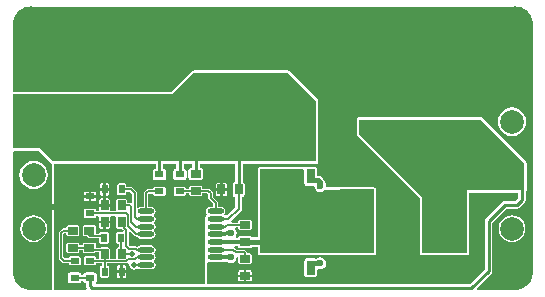
<source format=gtl>
G04 Layer_Physical_Order=1*
G04 Layer_Color=255*
%FSAX44Y44*%
%MOMM*%
G71*
G01*
G75*
%ADD10R,2.4600X2.3100*%
%ADD11O,1.4000X0.4500*%
%ADD12C,1.0000*%
G04:AMPARAMS|DCode=13|XSize=0.508mm|YSize=0.508mm|CornerRadius=0.0025mm|HoleSize=0mm|Usage=FLASHONLY|Rotation=180.000|XOffset=0mm|YOffset=0mm|HoleType=Round|Shape=RoundedRectangle|*
%AMROUNDEDRECTD13*
21,1,0.5080,0.5029,0,0,180.0*
21,1,0.5029,0.5080,0,0,180.0*
1,1,0.0051,-0.2515,0.2515*
1,1,0.0051,0.2515,0.2515*
1,1,0.0051,0.2515,-0.2515*
1,1,0.0051,-0.2515,-0.2515*
%
%ADD13ROUNDEDRECTD13*%
G04:AMPARAMS|DCode=14|XSize=0.75mm|YSize=0.5mm|CornerRadius=0.0025mm|HoleSize=0mm|Usage=FLASHONLY|Rotation=0.000|XOffset=0mm|YOffset=0mm|HoleType=Round|Shape=RoundedRectangle|*
%AMROUNDEDRECTD14*
21,1,0.7500,0.4950,0,0,0.0*
21,1,0.7450,0.5000,0,0,0.0*
1,1,0.0050,0.3725,-0.2475*
1,1,0.0050,-0.3725,-0.2475*
1,1,0.0050,-0.3725,0.2475*
1,1,0.0050,0.3725,0.2475*
%
%ADD14ROUNDEDRECTD14*%
G04:AMPARAMS|DCode=15|XSize=0.75mm|YSize=0.5mm|CornerRadius=0.0025mm|HoleSize=0mm|Usage=FLASHONLY|Rotation=270.000|XOffset=0mm|YOffset=0mm|HoleType=Round|Shape=RoundedRectangle|*
%AMROUNDEDRECTD15*
21,1,0.7500,0.4950,0,0,270.0*
21,1,0.7450,0.5000,0,0,270.0*
1,1,0.0050,-0.2475,-0.3725*
1,1,0.0050,-0.2475,0.3725*
1,1,0.0050,0.2475,0.3725*
1,1,0.0050,0.2475,-0.3725*
%
%ADD15ROUNDEDRECTD15*%
G04:AMPARAMS|DCode=16|XSize=0.65mm|YSize=1.2mm|CornerRadius=0.0033mm|HoleSize=0mm|Usage=FLASHONLY|Rotation=0.000|XOffset=0mm|YOffset=0mm|HoleType=Round|Shape=RoundedRectangle|*
%AMROUNDEDRECTD16*
21,1,0.6500,1.1935,0,0,0.0*
21,1,0.6435,1.2000,0,0,0.0*
1,1,0.0065,0.3217,-0.5968*
1,1,0.0065,-0.3217,-0.5968*
1,1,0.0065,-0.3217,0.5968*
1,1,0.0065,0.3217,0.5968*
%
%ADD16ROUNDEDRECTD16*%
G04:AMPARAMS|DCode=17|XSize=5.35mm|YSize=2.9mm|CornerRadius=0.0145mm|HoleSize=0mm|Usage=FLASHONLY|Rotation=90.000|XOffset=0mm|YOffset=0mm|HoleType=Round|Shape=RoundedRectangle|*
%AMROUNDEDRECTD17*
21,1,5.3500,2.8710,0,0,90.0*
21,1,5.3210,2.9000,0,0,90.0*
1,1,0.0290,1.4355,2.6605*
1,1,0.0290,1.4355,-2.6605*
1,1,0.0290,-1.4355,-2.6605*
1,1,0.0290,-1.4355,2.6605*
%
%ADD17ROUNDEDRECTD17*%
G04:AMPARAMS|DCode=18|XSize=1.25mm|YSize=2.25mm|CornerRadius=0.0063mm|HoleSize=0mm|Usage=FLASHONLY|Rotation=180.000|XOffset=0mm|YOffset=0mm|HoleType=Round|Shape=RoundedRectangle|*
%AMROUNDEDRECTD18*
21,1,1.2500,2.2375,0,0,180.0*
21,1,1.2375,2.2500,0,0,180.0*
1,1,0.0125,-0.6188,1.1187*
1,1,0.0125,0.6188,1.1187*
1,1,0.0125,0.6188,-1.1187*
1,1,0.0125,-0.6188,-1.1187*
%
%ADD18ROUNDEDRECTD18*%
G04:AMPARAMS|DCode=19|XSize=2.55mm|YSize=1.2mm|CornerRadius=0.006mm|HoleSize=0mm|Usage=FLASHONLY|Rotation=0.000|XOffset=0mm|YOffset=0mm|HoleType=Round|Shape=RoundedRectangle|*
%AMROUNDEDRECTD19*
21,1,2.5500,1.1880,0,0,0.0*
21,1,2.5380,1.2000,0,0,0.0*
1,1,0.0120,1.2690,-0.5940*
1,1,0.0120,-1.2690,-0.5940*
1,1,0.0120,-1.2690,0.5940*
1,1,0.0120,1.2690,0.5940*
%
%ADD19ROUNDEDRECTD19*%
G04:AMPARAMS|DCode=20|XSize=0.85mm|YSize=0.6mm|CornerRadius=0.003mm|HoleSize=0mm|Usage=FLASHONLY|Rotation=0.000|XOffset=0mm|YOffset=0mm|HoleType=Round|Shape=RoundedRectangle|*
%AMROUNDEDRECTD20*
21,1,0.8500,0.5940,0,0,0.0*
21,1,0.8440,0.6000,0,0,0.0*
1,1,0.0060,0.4220,-0.2970*
1,1,0.0060,-0.4220,-0.2970*
1,1,0.0060,-0.4220,0.2970*
1,1,0.0060,0.4220,0.2970*
%
%ADD20ROUNDEDRECTD20*%
G04:AMPARAMS|DCode=21|XSize=0.85mm|YSize=0.6mm|CornerRadius=0.003mm|HoleSize=0mm|Usage=FLASHONLY|Rotation=90.000|XOffset=0mm|YOffset=0mm|HoleType=Round|Shape=RoundedRectangle|*
%AMROUNDEDRECTD21*
21,1,0.8500,0.5940,0,0,90.0*
21,1,0.8440,0.6000,0,0,90.0*
1,1,0.0060,0.2970,0.4220*
1,1,0.0060,0.2970,-0.4220*
1,1,0.0060,-0.2970,-0.4220*
1,1,0.0060,-0.2970,0.4220*
%
%ADD21ROUNDEDRECTD21*%
%ADD22C,0.2452*%
%ADD23C,0.1270*%
%ADD24C,0.2032*%
%ADD25C,0.2540*%
%ADD26C,0.3048*%
%ADD27C,0.3810*%
%ADD28R,0.5000X1.6500*%
%ADD29R,0.4961X1.6500*%
%ADD30C,2.0000*%
G04:AMPARAMS|DCode=31|XSize=2mm|YSize=2mm|CornerRadius=0.5mm|HoleSize=0mm|Usage=FLASHONLY|Rotation=270.000|XOffset=0mm|YOffset=0mm|HoleType=Round|Shape=RoundedRectangle|*
%AMROUNDEDRECTD31*
21,1,2.0000,1.0000,0,0,270.0*
21,1,1.0000,2.0000,0,0,270.0*
1,1,1.0000,-0.5000,-0.5000*
1,1,1.0000,-0.5000,0.5000*
1,1,1.0000,0.5000,0.5000*
1,1,1.0000,0.5000,-0.5000*
%
%ADD31ROUNDEDRECTD31*%
%ADD32C,3.0000*%
%ADD33C,0.5000*%
%ADD34C,0.6000*%
G36*
X06958000Y08588750D02*
X06981542Y08565208D01*
Y08563773D01*
X06981542D01*
Y08558773D01*
Y08513773D01*
D01*
Y08513773D01*
X06962975Y08513773D01*
X06934542D01*
Y08513773D01*
X06758727Y08513773D01*
X06747750Y08524750D01*
X06725996Y08524750D01*
X06725098Y08525648D01*
Y08570500D01*
X06859750Y08570500D01*
X06878000Y08588750D01*
X06958000Y08588750D01*
D02*
G37*
G36*
X06845666Y08511734D02*
Y08507370D01*
X06845275D01*
X06844485Y08507213D01*
X06843815Y08506765D01*
X06843367Y08506096D01*
X06843210Y08505305D01*
Y08500355D01*
X06843367Y08499565D01*
X06843815Y08498895D01*
X06844485Y08498448D01*
X06845275Y08498290D01*
X06852725D01*
X06853515Y08498448D01*
X06854185Y08498895D01*
X06854633Y08499565D01*
X06854789Y08500355D01*
Y08505305D01*
X06854633Y08506096D01*
X06854185Y08506765D01*
X06853515Y08507213D01*
X06852725Y08507370D01*
X06852334D01*
Y08511734D01*
X06862874Y08511734D01*
Y08507370D01*
X06862482D01*
X06861693Y08507213D01*
X06861022Y08506765D01*
X06860575Y08506096D01*
X06860418Y08505305D01*
Y08500355D01*
X06860575Y08499565D01*
X06861022Y08498895D01*
X06861693Y08498448D01*
X06862482Y08498290D01*
X06869932D01*
X06870723Y08498448D01*
X06871392Y08498895D01*
X06871840Y08499565D01*
X06871997Y08500355D01*
Y08505305D01*
X06871840Y08506096D01*
X06871392Y08506765D01*
X06870723Y08507213D01*
X06869932Y08507370D01*
X06869542D01*
Y08511734D01*
X06876416D01*
Y08508370D01*
X06875530D01*
X06874738Y08508212D01*
X06874067Y08507764D01*
X06873618Y08507092D01*
X06873460Y08506300D01*
Y08500360D01*
X06873618Y08499568D01*
X06874067Y08498896D01*
X06874738Y08498448D01*
X06875530Y08498290D01*
X06883970D01*
X06884762Y08498448D01*
X06885433Y08498896D01*
X06885883Y08499568D01*
X06886040Y08500360D01*
Y08506300D01*
X06885883Y08507092D01*
X06885433Y08507764D01*
X06884762Y08508212D01*
X06883970Y08508370D01*
X06883084D01*
Y08511734D01*
X06912666Y08511734D01*
Y08496298D01*
X06912238Y08496213D01*
X06911566Y08495764D01*
X06911118Y08495092D01*
X06910960Y08494301D01*
Y08485861D01*
X06911118Y08485068D01*
X06911566Y08484397D01*
X06912238Y08483948D01*
X06912925Y08483812D01*
Y08474937D01*
X06906101Y08468113D01*
X06904750Y08468113D01*
X06904584Y08468080D01*
X06904267Y08468447D01*
X06903866Y08469117D01*
X06904565Y08470164D01*
X06904839Y08471538D01*
X06904565Y08472911D01*
X06903788Y08474075D01*
X06902623Y08474854D01*
X06901250Y08475127D01*
X06898442D01*
Y08478696D01*
X06898295Y08479439D01*
X06897874Y08480069D01*
X06894193Y08483750D01*
Y08486888D01*
X06894045Y08487631D01*
X06893624Y08488261D01*
X06893623Y08488262D01*
X06891681Y08490204D01*
X06891051Y08490625D01*
X06890308Y08490773D01*
X06885377D01*
Y08491801D01*
X06884965Y08492795D01*
X06883970Y08493207D01*
X06875530D01*
X06874535Y08492795D01*
X06874123Y08491801D01*
Y08490773D01*
X06871334D01*
Y08490805D01*
X06870923Y08491796D01*
X06869932Y08492207D01*
X06862482D01*
X06861491Y08491796D01*
X06861081Y08490805D01*
Y08485855D01*
X06861491Y08484864D01*
X06862482Y08484454D01*
X06869932D01*
X06870923Y08484864D01*
X06871334Y08485855D01*
Y08486888D01*
X06874123D01*
Y08485861D01*
X06874535Y08484865D01*
X06875530Y08484453D01*
X06883970D01*
X06884965Y08484865D01*
X06885377Y08485861D01*
Y08486888D01*
X06889503D01*
X06890308Y08486083D01*
Y08482946D01*
X06890455Y08482202D01*
X06890876Y08481572D01*
X06894557Y08477891D01*
Y08475127D01*
X06891750D01*
X06890377Y08474854D01*
X06889212Y08474075D01*
X06888434Y08472911D01*
X06888161Y08471538D01*
X06888434Y08470164D01*
X06889212Y08469000D01*
X06888558Y08467910D01*
X06887747Y08466696D01*
X06887417Y08465038D01*
X06887250D01*
X06887250Y08409639D01*
X06795725D01*
X06795562Y08409858D01*
X06795392Y08411273D01*
X06795840Y08411942D01*
X06795997Y08412733D01*
Y08417682D01*
X06795840Y08418473D01*
X06795392Y08419142D01*
X06794723Y08419590D01*
X06793932Y08419747D01*
X06786483D01*
X06785692Y08419590D01*
X06785023Y08419142D01*
X06784575Y08418473D01*
X06784460Y08417894D01*
X06782913D01*
X06782797Y08418473D01*
X06782350Y08419142D01*
X06781680Y08419590D01*
X06780890Y08419747D01*
X06773440D01*
X06772650Y08419590D01*
X06771980Y08419142D01*
X06771533Y08418473D01*
X06771375Y08417682D01*
Y08412733D01*
X06771533Y08411942D01*
X06771980Y08411273D01*
X06772650Y08410825D01*
X06773440Y08410668D01*
X06780890D01*
X06781680Y08410825D01*
X06782350Y08411273D01*
X06782797Y08411942D01*
X06782913Y08412521D01*
X06784460D01*
X06784575Y08411942D01*
X06785023Y08411273D01*
X06785692Y08410825D01*
X06786483Y08410668D01*
X06786918D01*
Y08408292D01*
X06787169Y08407034D01*
X06787614Y08406368D01*
X06787070Y08405098D01*
X06759750D01*
X06759750Y08470670D01*
X06760137D01*
X06760927Y08470828D01*
X06761418Y08471155D01*
X06762137D01*
X06762742Y08471276D01*
X06763254Y08471618D01*
X06763597Y08472131D01*
X06763717Y08472736D01*
Y08477765D01*
X06763597Y08478369D01*
X06763254Y08478882D01*
X06762742Y08479224D01*
X06762137Y08479344D01*
X06761418D01*
X06760927Y08479672D01*
X06760137Y08479830D01*
X06759750D01*
X06759750Y08511734D01*
X06845666Y08511734D01*
D02*
G37*
G36*
X07157750Y08512455D02*
X07157750Y08489250D01*
X07109250Y08489250D01*
X07109250Y08436250D01*
X07072148Y08436250D01*
X07071250Y08437148D01*
X07071251Y08484016D01*
X07018000Y08537263D01*
X07018000Y08549190D01*
X07121017Y08549191D01*
X07157750Y08512455D01*
D02*
G37*
G36*
X06971803Y08505980D02*
Y08495305D01*
X06971960Y08494512D01*
X06972410Y08493840D01*
X06973082Y08493391D01*
X06973875Y08493233D01*
X06979711D01*
X06979902Y08493000D01*
X06980290Y08491049D01*
X06981395Y08489395D01*
X06983049Y08488290D01*
X06985000Y08487902D01*
X06986951Y08488290D01*
X06988605Y08489395D01*
X06988842Y08489750D01*
X07030500Y08489750D01*
X07030500Y08436250D01*
X06934500Y08436250D01*
Y08507250D01*
X06970536Y08507250D01*
X06971803Y08505980D01*
D02*
G37*
G36*
X06740000Y08644902D02*
X07150000D01*
X07151468Y08644902D01*
X07154347Y08644329D01*
X07157059Y08643206D01*
X07159500Y08641575D01*
X07161575Y08639500D01*
X07163206Y08637059D01*
X07164329Y08634347D01*
X07164902Y08631468D01*
X07164902Y08630000D01*
Y08420000D01*
X07164902Y08418532D01*
X07164329Y08415653D01*
X07163206Y08412941D01*
X07161575Y08410500D01*
X07159500Y08408425D01*
X07157059Y08406794D01*
X07154347Y08405671D01*
X07151468Y08405098D01*
X07118159D01*
X07117673Y08406271D01*
X07129982Y08418580D01*
X07130695Y08419647D01*
X07130945Y08420906D01*
Y08461794D01*
X07142863Y08473710D01*
X07151440D01*
X07152699Y08473961D01*
X07153766Y08474674D01*
X07158076Y08478984D01*
X07158789Y08480051D01*
X07159039Y08481310D01*
Y08487706D01*
X07159192Y08487808D01*
X07159634Y08488470D01*
X07159789Y08489250D01*
X07159789Y08512455D01*
X07159634Y08513235D01*
X07159193Y08513897D01*
X07159193Y08513897D01*
X07122460Y08550632D01*
X07121798Y08551074D01*
X07121017Y08551230D01*
X07074741Y08551229D01*
X07074435Y08551290D01*
X07049055D01*
X07048748Y08551229D01*
X07043699D01*
X07043392Y08551290D01*
X07018013D01*
X07017209Y08551130D01*
X07016527Y08550675D01*
X07016072Y08549994D01*
X07015912Y08549190D01*
Y08537310D01*
X07016072Y08536506D01*
X07016527Y08535825D01*
X07016607Y08535771D01*
X07069211Y08483171D01*
X07069211Y08437148D01*
X07069366Y08436368D01*
X07069808Y08435706D01*
X07069808Y08435706D01*
X07070706Y08434808D01*
X07070706Y08434808D01*
X07071367Y08434366D01*
X07072148Y08434211D01*
X07076008D01*
X07076022Y08434208D01*
X07104733D01*
X07104747Y08434211D01*
X07109250D01*
X07110031Y08434366D01*
X07110692Y08434808D01*
X07111134Y08435469D01*
X07111289Y08436250D01*
X07111289Y08487211D01*
X07152460Y08487211D01*
Y08482673D01*
X07150078Y08480289D01*
X07141500D01*
X07140241Y08480039D01*
X07139174Y08479326D01*
X07125330Y08465482D01*
X07124617Y08464415D01*
X07124367Y08463156D01*
Y08422269D01*
X07111738Y08409639D01*
X06889289D01*
X06889289Y08427659D01*
X06890559Y08428441D01*
X06891750Y08428204D01*
X06901250D01*
X06902908Y08428535D01*
X06903522Y08428945D01*
X06905887D01*
X06905895Y08428933D01*
X06907549Y08427828D01*
X06909500Y08427440D01*
X06911451Y08427828D01*
X06913105Y08428933D01*
X06914210Y08430587D01*
X06914582Y08432457D01*
X06914625Y08432559D01*
X06915720Y08433405D01*
X06915873Y08433351D01*
Y08428530D01*
X06916285Y08427535D01*
X06917280Y08427123D01*
X06925720D01*
X06926715Y08427535D01*
X06927127Y08428530D01*
Y08434470D01*
X06926715Y08435465D01*
X06925720Y08435877D01*
X06923442D01*
Y08436000D01*
X06923295Y08436743D01*
X06922874Y08437374D01*
X06922123Y08438123D01*
X06921494Y08438544D01*
X06920750Y08438692D01*
X06914592D01*
X06912874Y08440411D01*
X06912479Y08440674D01*
X06912650Y08441844D01*
X06912690Y08441945D01*
X06915334D01*
X06915367Y08441776D01*
X06915817Y08441104D01*
X06916488Y08440656D01*
X06917280Y08440498D01*
X06925720D01*
X06926512Y08440656D01*
X06927183Y08441104D01*
X06927485Y08441556D01*
X06932461D01*
Y08436250D01*
X06932616Y08435469D01*
X06933058Y08434808D01*
X06933719Y08434366D01*
X06934500Y08434211D01*
X07001509Y08434211D01*
X07001523Y08434208D01*
X07030233D01*
X07030246Y08434211D01*
X07030500D01*
X07031281Y08434366D01*
X07031942Y08434808D01*
X07032384Y08435469D01*
X07032539Y08436250D01*
X07032539Y08489750D01*
X07032384Y08490530D01*
X07031942Y08491192D01*
X07031281Y08491634D01*
X07030500Y08491789D01*
X07030247D01*
X07030233Y08491792D01*
X07001523D01*
X07001509Y08491789D01*
X06990858D01*
X06990052Y08492771D01*
X06990098Y08493000D01*
X06989710Y08494951D01*
X06988981Y08496041D01*
Y08496250D01*
X06988679Y08497773D01*
X06987816Y08499066D01*
X06986408Y08500473D01*
X06985116Y08501336D01*
X06983593Y08501639D01*
X06982382D01*
Y08507241D01*
X06982225Y08508033D01*
X06981776Y08508705D01*
X06981103Y08509155D01*
X06980310Y08509313D01*
X06973875D01*
X06973082Y08509155D01*
X06972204Y08508787D01*
X06971320Y08509133D01*
X06971318Y08509133D01*
X06971317Y08509134D01*
X06970933Y08509210D01*
X06970540Y08509289D01*
X06970538Y08509289D01*
X06970536Y08509289D01*
X06967728D01*
X06967610Y08509313D01*
X06961175D01*
X06961057Y08509289D01*
X06955029D01*
X06954910Y08509313D01*
X06948475D01*
X06948356Y08509289D01*
X06942328D01*
X06942210Y08509313D01*
X06935775D01*
X06935657Y08509289D01*
X06934500D01*
X06933719Y08509134D01*
X06933058Y08508692D01*
X06932616Y08508030D01*
X06932461Y08507250D01*
Y08449519D01*
X06927485D01*
X06927183Y08449971D01*
X06926512Y08450420D01*
X06925720Y08450577D01*
X06917280D01*
X06916488Y08450420D01*
X06915817Y08449971D01*
X06915367Y08449300D01*
X06915334Y08449131D01*
X06914073D01*
X06913442Y08450401D01*
X06914210Y08451549D01*
X06914598Y08453500D01*
X06914210Y08455451D01*
X06913292Y08456826D01*
X06913734Y08458096D01*
X06915873D01*
Y08457068D01*
X06916285Y08456073D01*
X06917280Y08455660D01*
X06925720D01*
X06926715Y08456073D01*
X06927127Y08457068D01*
Y08463008D01*
X06926715Y08464003D01*
X06925720Y08464415D01*
X06917280D01*
X06916285Y08464003D01*
X06915873Y08463008D01*
Y08461980D01*
X06910462D01*
X06909936Y08463250D01*
X06918174Y08471489D01*
X06918174Y08471489D01*
X06918841Y08472486D01*
X06919075Y08473663D01*
Y08483812D01*
X06919762Y08483948D01*
X06920433Y08484397D01*
X06920882Y08485068D01*
X06921040Y08485861D01*
Y08494301D01*
X06920882Y08495092D01*
X06920433Y08495764D01*
X06919762Y08496213D01*
X06919334Y08496298D01*
Y08511734D01*
X06934542D01*
X06934542Y08511733D01*
X06962975D01*
X06981542Y08511733D01*
X06982323Y08511889D01*
X06982985Y08512331D01*
X06983427Y08512993D01*
X06983582Y08513773D01*
Y08558773D01*
Y08563773D01*
X06983582Y08563773D01*
Y08565208D01*
X06983582Y08565208D01*
X06983427Y08565988D01*
X06982985Y08566650D01*
X06982984Y08566650D01*
X06959442Y08590192D01*
X06959442Y08590192D01*
X06958780Y08590634D01*
X06958000Y08590789D01*
X06878000Y08590789D01*
X06877220Y08590634D01*
X06876558Y08590192D01*
X06876558Y08590192D01*
X06858906Y08572540D01*
X06725098Y08572539D01*
Y08630000D01*
X06725098Y08631468D01*
X06725671Y08634347D01*
X06726794Y08637059D01*
X06728425Y08639500D01*
X06730500Y08641575D01*
X06732941Y08643206D01*
X06735653Y08644329D01*
X06738532Y08644902D01*
X06740000Y08644902D01*
D02*
G37*
G36*
X06757285Y08512332D02*
X06757285Y08512332D01*
X06757766Y08512010D01*
X06757711Y08511734D01*
X06757711Y08484000D01*
X06757711Y08484000D01*
Y08479830D01*
X06757108D01*
X06756318Y08479672D01*
X06755826Y08479344D01*
X06755108D01*
X06754503Y08479224D01*
X06753991Y08478882D01*
X06753649Y08478369D01*
X06753528Y08477765D01*
Y08472736D01*
X06753649Y08472131D01*
X06753991Y08471618D01*
X06754503Y08471276D01*
X06755108Y08471155D01*
X06755826D01*
X06756318Y08470828D01*
X06757108Y08470670D01*
X06757711D01*
Y08467500D01*
X06757711Y08467499D01*
X06757711Y08405098D01*
X06738532D01*
X06735653Y08405671D01*
X06732941Y08406794D01*
X06730500Y08408425D01*
X06728425Y08410500D01*
X06726794Y08412941D01*
X06725671Y08415653D01*
X06725098Y08418532D01*
X06725098Y08420000D01*
Y08521595D01*
X06725996Y08522711D01*
X06746906Y08522711D01*
X06757285Y08512332D01*
D02*
G37*
%LPC*%
G36*
X06804975Y08495474D02*
X06803516D01*
Y08491186D01*
X06806555D01*
Y08493895D01*
X06806434Y08494500D01*
X06806092Y08495012D01*
X06805579Y08495354D01*
X06804975Y08495474D01*
D02*
G37*
G36*
X06801484D02*
X06800025D01*
X06799421Y08495354D01*
X06798908Y08495012D01*
X06798566Y08494500D01*
X06798445Y08493895D01*
Y08491186D01*
X06801484D01*
Y08495474D01*
D02*
G37*
G36*
X06904470Y08495884D02*
X06902516D01*
Y08491096D01*
X06906055D01*
Y08494301D01*
X06905934Y08494907D01*
X06905590Y08495421D01*
X06905076Y08495764D01*
X06904470Y08495884D01*
D02*
G37*
G36*
X06900485D02*
X06898530D01*
X06897924Y08495764D01*
X06897410Y08495421D01*
X06897066Y08494907D01*
X06896946Y08494301D01*
Y08491096D01*
X06900485D01*
Y08495884D01*
D02*
G37*
G36*
X06793932Y08488304D02*
X06791224D01*
Y08485266D01*
X06795512D01*
Y08486725D01*
X06795392Y08487329D01*
X06795049Y08487842D01*
X06794537Y08488184D01*
X06793932Y08488304D01*
D02*
G37*
G36*
X06789191D02*
X06786483D01*
X06785878Y08488184D01*
X06785366Y08487842D01*
X06785023Y08487329D01*
X06784903Y08486725D01*
Y08485266D01*
X06789191D01*
Y08488304D01*
D02*
G37*
G36*
X06806555Y08489154D02*
X06803516D01*
Y08484866D01*
X06804975D01*
X06805579Y08484986D01*
X06806092Y08485328D01*
X06806434Y08485840D01*
X06806555Y08486445D01*
Y08489154D01*
D02*
G37*
G36*
X06801484D02*
X06798445D01*
Y08486445D01*
X06798566Y08485840D01*
X06798908Y08485328D01*
X06799421Y08484986D01*
X06800025Y08484866D01*
X06801484D01*
Y08489154D01*
D02*
G37*
G36*
X06819475Y08495297D02*
X06814525D01*
X06813534Y08494886D01*
X06813123Y08493895D01*
Y08486445D01*
X06813534Y08485454D01*
X06814525Y08485043D01*
X06819475D01*
X06820466Y08485454D01*
X06820876Y08486445D01*
Y08488228D01*
X06824025D01*
X06826058Y08486196D01*
Y08479153D01*
X06824892Y08478438D01*
X06824788Y08478438D01*
X06824122Y08478570D01*
X06821377D01*
Y08480848D01*
X06820965Y08481843D01*
X06819970Y08482255D01*
X06814030D01*
X06813035Y08481843D01*
X06812623Y08480848D01*
Y08472407D01*
X06812145Y08471693D01*
X06808207D01*
X06807054Y08472407D01*
Y08475612D01*
X06802500D01*
X06797946D01*
Y08472407D01*
X06796793Y08471693D01*
X06795334D01*
Y08472225D01*
X06794924Y08473216D01*
X06793932Y08473627D01*
X06786483D01*
X06785491Y08473216D01*
X06785081Y08472225D01*
Y08467275D01*
X06785491Y08466284D01*
X06786483Y08465873D01*
X06793932D01*
X06794924Y08466284D01*
X06795334Y08467275D01*
Y08467808D01*
X06796920D01*
X06797946Y08466805D01*
Y08463601D01*
X06802500D01*
X06807054D01*
Y08466805D01*
X06808080Y08467808D01*
X06811664D01*
X06812623Y08466805D01*
Y08458365D01*
X06813035Y08457370D01*
X06814030Y08456958D01*
X06817416D01*
X06817455Y08456757D01*
X06817877Y08456127D01*
X06818564Y08455439D01*
X06818038Y08454169D01*
X06814025D01*
X06813034Y08453759D01*
X06812623Y08452767D01*
Y08445317D01*
X06813034Y08444326D01*
X06814025Y08443916D01*
X06814557D01*
Y08441127D01*
X06814030D01*
X06813035Y08440715D01*
X06812623Y08439720D01*
Y08431287D01*
X06806877D01*
Y08439720D01*
X06806465Y08440715D01*
X06805470Y08441127D01*
X06799530D01*
X06798535Y08440715D01*
X06798526Y08440692D01*
X06795334D01*
Y08443720D01*
X06794922Y08444715D01*
X06793928Y08445127D01*
X06785488D01*
X06784493Y08444715D01*
X06784080Y08443720D01*
Y08442692D01*
X06781292D01*
Y08443720D01*
X06780880Y08444715D01*
X06779885Y08445127D01*
X06771445D01*
X06770450Y08444715D01*
X06770038Y08443720D01*
Y08437780D01*
X06770450Y08436785D01*
X06771445Y08436373D01*
X06779885D01*
X06780880Y08436785D01*
X06781292Y08437780D01*
Y08438808D01*
X06784080D01*
Y08437780D01*
X06784493Y08436785D01*
X06785488Y08436373D01*
X06793928D01*
X06794922Y08436785D01*
X06794932Y08436808D01*
X06798123D01*
Y08431287D01*
X06795334D01*
Y08432183D01*
X06794924Y08433174D01*
X06793932Y08433584D01*
X06786483D01*
X06785491Y08433174D01*
X06785081Y08432183D01*
Y08427233D01*
X06785491Y08426241D01*
X06786483Y08425831D01*
X06793932D01*
X06794924Y08426241D01*
X06795334Y08427233D01*
Y08427403D01*
X06800558D01*
Y08425627D01*
X06800025D01*
X06799034Y08425216D01*
X06798623Y08424225D01*
Y08416775D01*
X06799034Y08415784D01*
X06800025Y08415374D01*
X06804975D01*
X06805966Y08415784D01*
X06806377Y08416775D01*
Y08424225D01*
X06805966Y08425216D01*
X06804975Y08425627D01*
X06804442D01*
Y08427403D01*
X06820771D01*
X06821515Y08427551D01*
X06822145Y08427972D01*
X06822301Y08428127D01*
X06822653Y08428076D01*
X06822715Y08428043D01*
X06823567Y08426656D01*
X06823444Y08426038D01*
X06823737Y08424567D01*
X06824570Y08423320D01*
X06825817Y08422487D01*
X06827288Y08422194D01*
X06828759Y08422487D01*
X06830006Y08423320D01*
X06831208Y08422834D01*
X06831376Y08422722D01*
X06832750Y08422449D01*
X06842250D01*
X06843623Y08422722D01*
X06844788Y08423500D01*
X06845566Y08424664D01*
X06845839Y08426038D01*
X06845566Y08427411D01*
X06844788Y08428575D01*
X06844672Y08428653D01*
Y08429923D01*
X06844788Y08430000D01*
X06845566Y08431165D01*
X06845839Y08432538D01*
X06845566Y08433911D01*
X06844835Y08435004D01*
X06844672Y08435362D01*
Y08436213D01*
X06844835Y08436571D01*
X06845566Y08437664D01*
X06845839Y08439038D01*
X06845566Y08440411D01*
X06844788Y08441575D01*
X06843623Y08442354D01*
X06842250Y08442627D01*
X06832750D01*
X06831376Y08442354D01*
X06830212Y08441575D01*
X06830077Y08441373D01*
X06829588Y08441699D01*
X06828845Y08441848D01*
X06823650D01*
X06822943Y08442554D01*
Y08454015D01*
X06824212Y08454541D01*
X06828089Y08450665D01*
X06828089Y08450664D01*
X06828719Y08450244D01*
X06829462Y08450095D01*
X06829462Y08450095D01*
X06829814D01*
X06830212Y08449500D01*
X06831376Y08448722D01*
X06832750Y08448449D01*
X06842250D01*
X06843623Y08448722D01*
X06844788Y08449500D01*
X06845566Y08450664D01*
X06845839Y08452038D01*
X06845566Y08453411D01*
X06844788Y08454575D01*
X06844672Y08454653D01*
Y08455923D01*
X06844788Y08456000D01*
X06845566Y08457164D01*
X06845839Y08458538D01*
X06845566Y08459911D01*
X06844835Y08461004D01*
X06844672Y08461362D01*
Y08462213D01*
X06844835Y08462571D01*
X06845566Y08463665D01*
X06845839Y08465038D01*
X06845566Y08466411D01*
X06844788Y08467576D01*
X06844672Y08467653D01*
Y08468923D01*
X06844788Y08469000D01*
X06845566Y08470164D01*
X06845839Y08471538D01*
X06845566Y08472911D01*
X06844788Y08474075D01*
X06843623Y08474854D01*
X06842250Y08475127D01*
X06839442D01*
Y08485939D01*
X06839891Y08486388D01*
X06843873D01*
Y08485855D01*
X06844284Y08484864D01*
X06845275Y08484454D01*
X06852725D01*
X06853716Y08484864D01*
X06854127Y08485855D01*
Y08490805D01*
X06853716Y08491796D01*
X06852725Y08492207D01*
X06845275D01*
X06844284Y08491796D01*
X06843873Y08490805D01*
Y08490273D01*
X06839087D01*
X06838344Y08490125D01*
X06837714Y08489704D01*
X06836127Y08488116D01*
X06835706Y08487487D01*
X06835558Y08486743D01*
Y08475127D01*
X06832750D01*
X06831376Y08474854D01*
X06831212Y08474744D01*
X06829942Y08475423D01*
Y08487000D01*
X06829794Y08487744D01*
X06829373Y08488373D01*
X06826204Y08491544D01*
X06825573Y08491965D01*
X06824830Y08492112D01*
X06820876D01*
Y08493895D01*
X06820466Y08494886D01*
X06819475Y08495297D01*
D02*
G37*
G36*
X06906055Y08489064D02*
X06902516D01*
Y08484276D01*
X06904470D01*
X06905076Y08484396D01*
X06905590Y08484740D01*
X06905934Y08485254D01*
X06906055Y08485861D01*
Y08489064D01*
D02*
G37*
G36*
X06900485D02*
X06896946D01*
Y08485861D01*
X06897066Y08485254D01*
X06897410Y08484740D01*
X06897924Y08484396D01*
X06898530Y08484276D01*
X06900485D01*
Y08489064D01*
D02*
G37*
G36*
X06795512Y08483234D02*
X06791224D01*
Y08480195D01*
X06793932D01*
X06794537Y08480316D01*
X06795049Y08480658D01*
X06795392Y08481171D01*
X06795512Y08481775D01*
Y08483234D01*
D02*
G37*
G36*
X06789191D02*
X06784903D01*
Y08481775D01*
X06785023Y08481171D01*
X06785366Y08480658D01*
X06785878Y08480316D01*
X06786483Y08480195D01*
X06789191D01*
Y08483234D01*
D02*
G37*
G36*
X06805470Y08482432D02*
X06803516D01*
Y08477644D01*
X06807054D01*
Y08480848D01*
X06806934Y08481454D01*
X06806591Y08481968D01*
X06806077Y08482311D01*
X06805470Y08482432D01*
D02*
G37*
G36*
X06801484D02*
X06799530D01*
X06798924Y08482311D01*
X06798409Y08481968D01*
X06798066Y08481454D01*
X06797946Y08480848D01*
Y08477644D01*
X06801484D01*
Y08482432D01*
D02*
G37*
G36*
X06779885Y08459627D02*
X06771445D01*
X06770450Y08459215D01*
X06770038Y08458220D01*
Y08457192D01*
X06767750D01*
X06767750Y08457192D01*
X06767007Y08457045D01*
X06766376Y08456624D01*
X06766376Y08456624D01*
X06764377Y08454623D01*
X06763956Y08453994D01*
X06763808Y08453250D01*
Y08431837D01*
X06763956Y08431094D01*
X06764377Y08430464D01*
X06766506Y08428334D01*
X06767136Y08427913D01*
X06767880Y08427766D01*
X06767880Y08427766D01*
X06772038D01*
Y08427233D01*
X06772449Y08426241D01*
X06773440Y08425831D01*
X06780890D01*
X06781881Y08426241D01*
X06782292Y08427233D01*
Y08432183D01*
X06781881Y08433174D01*
X06780890Y08433584D01*
X06773440D01*
X06772449Y08433174D01*
X06772038Y08432183D01*
Y08431650D01*
X06768684D01*
X06767692Y08432642D01*
Y08452446D01*
X06768555Y08453307D01*
X06770038D01*
Y08452280D01*
X06770450Y08451285D01*
X06771445Y08450873D01*
X06779885D01*
X06780880Y08451285D01*
X06781292Y08452280D01*
Y08458220D01*
X06780880Y08459215D01*
X06779885Y08459627D01*
D02*
G37*
G36*
X06807054Y08461569D02*
X06803516D01*
Y08456780D01*
X06805470D01*
X06806077Y08456901D01*
X06806591Y08457245D01*
X06806934Y08457759D01*
X06807054Y08458365D01*
Y08461569D01*
D02*
G37*
G36*
X06801484D02*
X06797946D01*
Y08458365D01*
X06798066Y08457759D01*
X06798409Y08457245D01*
X06798924Y08456901D01*
X06799530Y08456780D01*
X06801484D01*
Y08461569D01*
D02*
G37*
G36*
X06793928Y08459627D02*
X06785488D01*
X06784493Y08459215D01*
X06784080Y08458220D01*
Y08452280D01*
X06784493Y08451285D01*
X06785488Y08450873D01*
X06787849D01*
X06787913Y08450549D01*
X06788334Y08449919D01*
X06789127Y08449127D01*
X06789756Y08448705D01*
X06790500Y08448558D01*
X06798123D01*
Y08445317D01*
X06798534Y08444326D01*
X06799525Y08443916D01*
X06804475D01*
X06805466Y08444326D01*
X06805876Y08445317D01*
Y08452767D01*
X06805466Y08453759D01*
X06804475Y08454169D01*
X06799525D01*
X06798534Y08453759D01*
X06798123Y08452767D01*
Y08452442D01*
X06795334D01*
Y08458220D01*
X06794922Y08459215D01*
X06793928Y08459627D01*
D02*
G37*
G36*
X06819475Y08425804D02*
X06818016D01*
Y08421516D01*
X06821055D01*
Y08424225D01*
X06820934Y08424829D01*
X06820592Y08425342D01*
X06820079Y08425684D01*
X06819475Y08425804D01*
D02*
G37*
G36*
X06815984D02*
X06814525D01*
X06813921Y08425684D01*
X06813408Y08425342D01*
X06813066Y08424829D01*
X06812946Y08424225D01*
Y08421516D01*
X06815984D01*
Y08425804D01*
D02*
G37*
G36*
X06821055Y08419484D02*
X06818016D01*
Y08415195D01*
X06819475D01*
X06820079Y08415316D01*
X06820592Y08415658D01*
X06820934Y08416171D01*
X06821055Y08416775D01*
Y08419484D01*
D02*
G37*
G36*
X06815984D02*
X06812946D01*
Y08416775D01*
X06813066Y08416171D01*
X06813408Y08415658D01*
X06813921Y08415316D01*
X06814525Y08415195D01*
X06815984D01*
Y08419484D01*
D02*
G37*
G36*
X07147500Y08559504D02*
X07144368Y08559091D01*
X07141448Y08557882D01*
X07138942Y08555959D01*
X07137018Y08553452D01*
X07135809Y08550533D01*
X07135396Y08547400D01*
X07135809Y08544268D01*
X07137018Y08541348D01*
X07138942Y08538842D01*
X07141448Y08536918D01*
X07144368Y08535709D01*
X07147500Y08535297D01*
X07150632Y08535709D01*
X07153552Y08536918D01*
X07156058Y08538842D01*
X07157982Y08541348D01*
X07159191Y08544268D01*
X07159604Y08547400D01*
X07159191Y08550533D01*
X07157982Y08553452D01*
X07156058Y08555959D01*
X07153552Y08557882D01*
X07150632Y08559091D01*
X07147500Y08559504D01*
D02*
G37*
G36*
Y08468167D02*
X07144558Y08467780D01*
X07141816Y08466644D01*
X07139462Y08464838D01*
X07137656Y08462484D01*
X07136520Y08459742D01*
X07136133Y08456800D01*
X07136520Y08453858D01*
X07137656Y08451116D01*
X07139462Y08448762D01*
X07141816Y08446956D01*
X07144558Y08445820D01*
X07147500Y08445433D01*
X07150442Y08445820D01*
X07153184Y08446956D01*
X07155538Y08448762D01*
X07157344Y08451116D01*
X07158480Y08453858D01*
X07158867Y08456800D01*
X07158480Y08459742D01*
X07157344Y08462484D01*
X07155538Y08464838D01*
X07153184Y08466644D01*
X07150442Y08467780D01*
X07147500Y08468167D01*
D02*
G37*
G36*
X06985000Y08432598D02*
X06983049Y08432210D01*
X06981959Y08431481D01*
X06981418D01*
X06981103Y08431692D01*
X06980310Y08431850D01*
X06973875D01*
X06973082Y08431692D01*
X06972410Y08431243D01*
X06971960Y08430571D01*
X06971803Y08429777D01*
Y08417842D01*
X06971960Y08417050D01*
X06972410Y08416377D01*
X06973082Y08415928D01*
X06973875Y08415770D01*
X06980310D01*
X06981103Y08415928D01*
X06981776Y08416377D01*
X06982225Y08417050D01*
X06982382Y08417842D01*
Y08421824D01*
X06983652Y08422670D01*
X06985000Y08422402D01*
X06986951Y08422790D01*
X06988605Y08423895D01*
X06989710Y08425549D01*
X06990098Y08427500D01*
X06989710Y08429451D01*
X06988605Y08431105D01*
X06986951Y08432210D01*
X06985000Y08432598D01*
D02*
G37*
G36*
X06925720Y08421555D02*
X06922516D01*
Y08418016D01*
X06927305D01*
Y08419970D01*
X06927184Y08420576D01*
X06926840Y08421091D01*
X06926326Y08421434D01*
X06925720Y08421555D01*
D02*
G37*
G36*
X06920484D02*
X06917280D01*
X06916674Y08421434D01*
X06916160Y08421091D01*
X06915816Y08420576D01*
X06915695Y08419970D01*
Y08418016D01*
X06920484D01*
Y08421555D01*
D02*
G37*
G36*
X06927305Y08415984D02*
X06922516D01*
Y08412446D01*
X06925720D01*
X06926326Y08412566D01*
X06926840Y08412910D01*
X06927184Y08413423D01*
X06927305Y08414030D01*
Y08415984D01*
D02*
G37*
G36*
X06920484D02*
X06915695D01*
Y08414030D01*
X06915816Y08413423D01*
X06916160Y08412910D01*
X06916674Y08412566D01*
X06917280Y08412446D01*
X06920484D01*
Y08415984D01*
D02*
G37*
G36*
X06742500Y08514370D02*
X06739368Y08513958D01*
X06736448Y08512748D01*
X06733942Y08510825D01*
X06732018Y08508318D01*
X06730809Y08505399D01*
X06730396Y08502267D01*
X06730809Y08499134D01*
X06732018Y08496215D01*
X06733942Y08493708D01*
X06736448Y08491785D01*
X06739368Y08490576D01*
X06742500Y08490163D01*
X06745632Y08490576D01*
X06748552Y08491785D01*
X06751058Y08493708D01*
X06752982Y08496215D01*
X06754191Y08499134D01*
X06754604Y08502267D01*
X06754191Y08505399D01*
X06752982Y08508318D01*
X06751058Y08510825D01*
X06748552Y08512748D01*
X06745632Y08513958D01*
X06742500Y08514370D01*
D02*
G37*
G36*
Y08468167D02*
X06739558Y08467780D01*
X06736816Y08466644D01*
X06734462Y08464838D01*
X06732656Y08462484D01*
X06731520Y08459742D01*
X06731133Y08456800D01*
X06731520Y08453858D01*
X06732656Y08451116D01*
X06734462Y08448762D01*
X06736816Y08446956D01*
X06739558Y08445820D01*
X06742500Y08445433D01*
X06745442Y08445820D01*
X06748184Y08446956D01*
X06750538Y08448762D01*
X06752344Y08451116D01*
X06753480Y08453858D01*
X06753867Y08456800D01*
X06753480Y08459742D01*
X06752344Y08462484D01*
X06750538Y08464838D01*
X06748184Y08466644D01*
X06745442Y08467780D01*
X06742500Y08468167D01*
D02*
G37*
%LPD*%
D10*
X06867000Y08448788D02*
D03*
D11*
X06896500Y08426038D02*
D03*
Y08432538D02*
D03*
Y08439038D02*
D03*
Y08445538D02*
D03*
Y08452038D02*
D03*
Y08458538D02*
D03*
Y08465038D02*
D03*
Y08471538D02*
D03*
X06837500Y08426038D02*
D03*
Y08432538D02*
D03*
Y08439038D02*
D03*
Y08445538D02*
D03*
Y08452038D02*
D03*
Y08458538D02*
D03*
Y08465038D02*
D03*
Y08471538D02*
D03*
D12*
X06992585Y08464003D02*
D03*
X07112500Y08604750D02*
D03*
X06771750Y08483750D02*
D03*
X06909000Y08537500D02*
D03*
D13*
X06757623Y08475250D02*
D03*
X06759623D02*
D03*
D14*
X06790208Y08429708D02*
D03*
Y08415208D02*
D03*
X06777165Y08429708D02*
D03*
Y08415208D02*
D03*
X06866207Y08502830D02*
D03*
Y08488330D02*
D03*
X06849000Y08502830D02*
D03*
Y08488330D02*
D03*
X06790208Y08484250D02*
D03*
Y08469750D02*
D03*
D15*
X06817000Y08420500D02*
D03*
X06802500D02*
D03*
X06802000Y08449042D02*
D03*
X06816500D02*
D03*
X06802500Y08490170D02*
D03*
X06817000D02*
D03*
D16*
X06937977Y08480000D02*
D03*
X06951439D02*
D03*
X06964647D02*
D03*
X06978109D02*
D03*
X06977092Y08423810D02*
D03*
X06964393D02*
D03*
X06951693D02*
D03*
X06938992D02*
D03*
X06937977Y08557463D02*
D03*
X06951439D02*
D03*
X06964647D02*
D03*
X06978109D02*
D03*
X06977092Y08501273D02*
D03*
X06964393D02*
D03*
X06951693D02*
D03*
X06938992D02*
D03*
D17*
X07015878Y08463000D02*
D03*
X07090378D02*
D03*
D18*
X07106727Y08537750D02*
D03*
Y08577750D02*
D03*
X06852875Y08558000D02*
D03*
Y08598000D02*
D03*
X06786832Y08558250D02*
D03*
Y08598250D02*
D03*
D19*
X07030703Y08571750D02*
D03*
Y08543250D02*
D03*
X07061745Y08571750D02*
D03*
Y08543250D02*
D03*
X06901417Y08606500D02*
D03*
Y08578000D02*
D03*
X06932460Y08606500D02*
D03*
Y08578000D02*
D03*
D20*
X06775665Y08455250D02*
D03*
Y08440750D02*
D03*
X06921500Y08417000D02*
D03*
Y08431500D02*
D03*
X06879750Y08488831D02*
D03*
Y08503330D02*
D03*
X06921500Y08445538D02*
D03*
Y08460038D02*
D03*
X06789708Y08455250D02*
D03*
Y08440750D02*
D03*
D21*
X06901500Y08490081D02*
D03*
X06916000D02*
D03*
X06802500Y08462585D02*
D03*
X06817000D02*
D03*
Y08435500D02*
D03*
X06802500D02*
D03*
Y08476627D02*
D03*
X06817000D02*
D03*
D22*
X07127656Y08463156D02*
X07141500Y08477000D01*
X07127656Y08420906D02*
Y08463156D01*
X07151440Y08477000D02*
X07155750Y08481310D01*
X07141500Y08477000D02*
X07151440D01*
X07155750Y08481310D02*
Y08495421D01*
X06790208Y08408292D02*
X06792150Y08406350D01*
X06790208Y08408292D02*
Y08415208D01*
X06792150Y08406350D02*
X07113100D01*
X07127656Y08420906D01*
D23*
X06824122Y08476627D02*
X06825250Y08475500D01*
Y08462750D02*
Y08475500D01*
Y08462750D02*
X06829462Y08458538D01*
X06828000Y08466750D02*
Y08487000D01*
Y08466750D02*
X06829712Y08465038D01*
X06824830Y08490170D02*
X06828000Y08487000D01*
X06822500Y08459000D02*
Y08468250D01*
X06821000Y08469750D02*
X06822500Y08468250D01*
X06790208Y08469750D02*
X06821000D01*
X06896500Y08465038D02*
X06904750Y08465038D01*
X06802500Y08420500D02*
Y08429345D01*
X06820771D01*
X06828086Y08431000D02*
X06829623Y08432538D01*
X06822427Y08431000D02*
X06828086D01*
X06820771Y08429345D02*
X06822427Y08431000D01*
X06790208Y08429708D02*
X06790570Y08429345D01*
X06802500D01*
Y08435500D01*
X06821000Y08441750D02*
Y08455750D01*
X06819250Y08457500D02*
X06821000Y08455750D01*
X06816500Y08436000D02*
X06817000Y08435500D01*
X06816500Y08436000D02*
Y08449042D01*
X06789708Y08451293D02*
X06790500Y08450500D01*
X06802000Y08449042D02*
Y08450500D01*
X06789708Y08451293D02*
Y08455250D01*
X06829623Y08432538D02*
X06837500D01*
X06767880Y08429708D02*
X06777165D01*
X06765750Y08431837D02*
X06767880Y08429708D01*
X06765750Y08431837D02*
Y08453250D01*
X06767750Y08455250D02*
X06775665D01*
X06765750Y08453250D02*
X06767750Y08455250D01*
X06890308Y08488831D02*
X06892250Y08486888D01*
X06879750Y08488831D02*
X06890308D01*
X06892250Y08482946D02*
Y08486888D01*
Y08482946D02*
X06896500Y08478696D01*
X06866708Y08488831D02*
X06879750D01*
X06866207Y08488330D02*
X06866708Y08488831D01*
X06839087Y08488330D02*
X06849000D01*
X06837500Y08486743D02*
X06839087Y08488330D01*
X06837500Y08471538D02*
Y08486743D01*
X06896500Y08471538D02*
Y08478696D01*
X06817000Y08476627D02*
X06824122D01*
X06817000Y08490170D02*
X06824830D01*
X06817000Y08462585D02*
X06819250D01*
X06816500Y08449042D02*
Y08450543D01*
X06822845Y08439905D02*
X06828845D01*
X06821000Y08441750D02*
X06822845Y08439905D01*
X06777165Y08415208D02*
X06790208D01*
X06789708Y08438750D02*
Y08440750D01*
X06802500Y08435500D02*
Y08438750D01*
X06829712Y08439038D02*
X06837500D01*
X06828845Y08439905D02*
X06829712Y08439038D01*
X06829462Y08458538D02*
X06837500D01*
X06829712Y08465038D02*
X06837500D01*
X06775665Y08440750D02*
X06789708D01*
X06817000Y08435500D02*
X06826000D01*
X06827288Y08426038D02*
X06837500D01*
X06896500Y08458538D02*
X06904538D01*
X06906038Y08460038D01*
X06921500D01*
X06921500Y08431500D02*
Y08436000D01*
X06911500Y08439038D02*
X06913788Y08436750D01*
X06920750D01*
X06896500Y08439038D02*
X06911500D01*
X06920750Y08436750D02*
X06921500Y08436000D01*
X06822500Y08459000D02*
X06829462Y08452038D01*
X06837500D01*
X06819250Y08457500D02*
Y08462585D01*
X06789708Y08438750D02*
X06802500D01*
X06790500Y08450500D02*
X06802000D01*
D24*
X06916000Y08473663D02*
Y08490081D01*
X06907375Y08465038D02*
X06916000Y08473663D01*
X06904750Y08465038D02*
X06907375Y08465038D01*
D25*
X06916000Y08490081D02*
Y08515082D01*
X06879750Y08503330D02*
Y08515000D01*
X06866207Y08502830D02*
Y08515000D01*
X06849000Y08502830D02*
Y08515000D01*
D26*
X06896500Y08432538D02*
X06909500D01*
X06896500Y08445538D02*
X06921500D01*
X06896500Y08452038D02*
X06904538D01*
X06906000Y08453500D01*
X06909500D01*
D27*
X06921500Y08445538D02*
X06934750D01*
X06977092Y08497657D02*
Y08501273D01*
X06983593Y08497657D02*
X06985000Y08496250D01*
Y08493000D02*
Y08496250D01*
X06977092Y08423810D02*
Y08427343D01*
X06977250Y08427500D01*
X06985000D01*
X06977092Y08497657D02*
X06983593D01*
D28*
X06762250Y08475750D02*
D03*
D29*
X06755230D02*
D03*
D30*
X06742500Y08547733D02*
D03*
Y08502267D02*
D03*
Y08456800D02*
D03*
X07147500Y08547400D02*
D03*
Y08502600D02*
D03*
Y08456800D02*
D03*
D31*
X06742500Y08593200D02*
D03*
X07147500D02*
D03*
D32*
X06740000Y08420000D02*
D03*
X07150000D02*
D03*
X07150000Y08630000D02*
D03*
X06740000D02*
D03*
D33*
X06872500Y08443288D02*
D03*
X06861500D02*
D03*
X06872500Y08454288D02*
D03*
X06861500D02*
D03*
X07030720Y08423700D02*
D03*
Y08413540D02*
D03*
X07020560Y08423700D02*
D03*
Y08413540D02*
D03*
X07010400Y08423700D02*
D03*
Y08413540D02*
D03*
X07000240Y08423700D02*
D03*
Y08413540D02*
D03*
X06990080D02*
D03*
X06969760D02*
D03*
X06959600D02*
D03*
X06949440D02*
D03*
X06939280D02*
D03*
X06929120Y08423700D02*
D03*
X06908800D02*
D03*
Y08413540D02*
D03*
X06898640D02*
D03*
X06878320Y08474456D02*
D03*
Y08464296D02*
D03*
Y08423656D02*
D03*
Y08413496D02*
D03*
X06868160Y08474456D02*
D03*
Y08464296D02*
D03*
Y08423656D02*
D03*
Y08413496D02*
D03*
X06858000Y08474456D02*
D03*
Y08464296D02*
D03*
Y08423656D02*
D03*
Y08413496D02*
D03*
X06847840Y08423656D02*
D03*
Y08413496D02*
D03*
X06837680D02*
D03*
X06827520D02*
D03*
X06807200D02*
D03*
X06776720Y08474456D02*
D03*
Y08464296D02*
D03*
X06766560Y08474456D02*
D03*
Y08464296D02*
D03*
Y08423656D02*
D03*
Y08413496D02*
D03*
X06795448Y08462750D02*
D03*
X06826000Y08435500D02*
D03*
X06827288Y08426038D02*
D03*
X06907625Y08480750D02*
D03*
X06902000D02*
D03*
X06826500Y08445538D02*
D03*
X06907625Y08474854D02*
D03*
X07071360Y08503920D02*
D03*
Y08514080D02*
D03*
X07081520Y08503920D02*
D03*
Y08514080D02*
D03*
X07091680Y08503920D02*
D03*
Y08514080D02*
D03*
X07101840Y08503920D02*
D03*
Y08514080D02*
D03*
X07112000Y08503920D02*
D03*
Y08514080D02*
D03*
X07122160Y08503920D02*
D03*
Y08514080D02*
D03*
X06766560Y08595360D02*
D03*
Y08615680D02*
D03*
Y08636000D02*
D03*
X06786880Y08615680D02*
D03*
Y08636000D02*
D03*
X06807200Y08595360D02*
D03*
Y08615680D02*
D03*
Y08636000D02*
D03*
X06827520Y08595360D02*
D03*
Y08615680D02*
D03*
Y08636000D02*
D03*
X06847840Y08615680D02*
D03*
Y08636000D02*
D03*
X06868160Y08595360D02*
D03*
Y08615680D02*
D03*
Y08636000D02*
D03*
X06888480Y08595360D02*
D03*
Y08636000D02*
D03*
X06908800Y08595360D02*
D03*
Y08636000D02*
D03*
X06929120Y08595360D02*
D03*
Y08636000D02*
D03*
X06949440Y08595360D02*
D03*
Y08615680D02*
D03*
Y08636000D02*
D03*
X06969760Y08595360D02*
D03*
Y08615680D02*
D03*
Y08636000D02*
D03*
X06990080Y08595360D02*
D03*
Y08615680D02*
D03*
Y08636000D02*
D03*
X07010400Y08595360D02*
D03*
Y08615680D02*
D03*
Y08636000D02*
D03*
X07030720Y08595360D02*
D03*
Y08615680D02*
D03*
Y08636000D02*
D03*
X07051040Y08595360D02*
D03*
Y08615680D02*
D03*
Y08636000D02*
D03*
X07071360Y08595360D02*
D03*
Y08615680D02*
D03*
Y08636000D02*
D03*
X07091680Y08595360D02*
D03*
Y08615680D02*
D03*
Y08636000D02*
D03*
X07112000Y08615680D02*
D03*
Y08636000D02*
D03*
X06729730Y08472170D02*
D03*
Y08481060D02*
D03*
X06738620Y08472170D02*
D03*
Y08481060D02*
D03*
X06747510Y08472170D02*
D03*
Y08481060D02*
D03*
D34*
X06985000Y08493000D02*
D03*
X06909500Y08432538D02*
D03*
X06731000Y08534400D02*
D03*
X06743700D02*
D03*
X06756400D02*
D03*
Y08547100D02*
D03*
Y08559800D02*
D03*
X06769100Y08534400D02*
D03*
Y08547100D02*
D03*
Y08559800D02*
D03*
X06781800Y08534400D02*
D03*
X06794500D02*
D03*
X06807200D02*
D03*
Y08547100D02*
D03*
Y08559800D02*
D03*
X06819900Y08534400D02*
D03*
Y08547100D02*
D03*
Y08559800D02*
D03*
X06832600Y08534400D02*
D03*
Y08547100D02*
D03*
Y08559800D02*
D03*
X06845300Y08534400D02*
D03*
X06858000D02*
D03*
X06909500Y08453500D02*
D03*
X06985000Y08427500D02*
D03*
M02*

</source>
